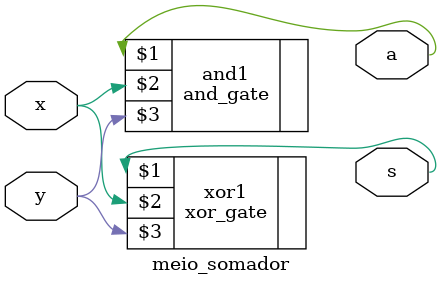
<source format=v>
module meio_somador(s,a,x,y);
  input x,y;
  output s,a;
  xor_gate xor1(s,x,y);
  and_gate and1(a,x,y);
endmodule

</source>
